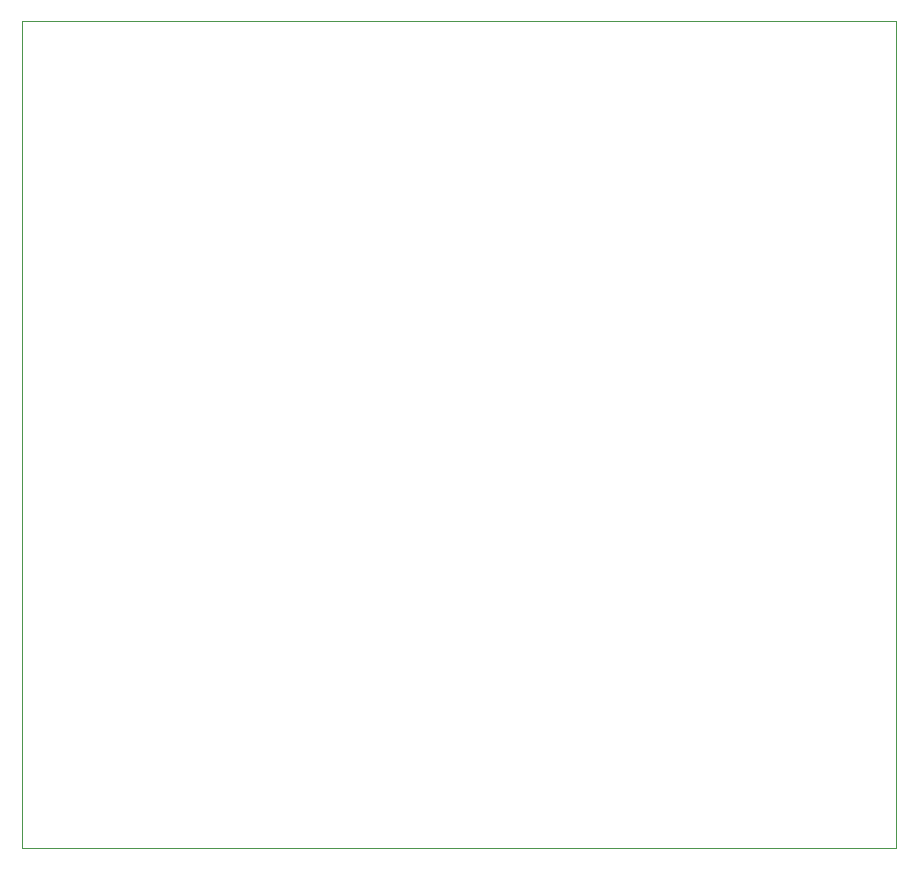
<source format=gbr>
%TF.GenerationSoftware,KiCad,Pcbnew,7.0.2*%
%TF.CreationDate,2023-06-06T15:03:05-03:00*%
%TF.ProjectId,Pico-Carrier,5069636f-2d43-4617-9272-6965722e6b69,rev?*%
%TF.SameCoordinates,Original*%
%TF.FileFunction,Profile,NP*%
%FSLAX46Y46*%
G04 Gerber Fmt 4.6, Leading zero omitted, Abs format (unit mm)*
G04 Created by KiCad (PCBNEW 7.0.2) date 2023-06-06 15:03:05*
%MOMM*%
%LPD*%
G01*
G04 APERTURE LIST*
%TA.AperFunction,Profile*%
%ADD10C,0.100000*%
%TD*%
G04 APERTURE END LIST*
D10*
X107900000Y-42600000D02*
X181900000Y-42600000D01*
X181900000Y-112600000D01*
X107900000Y-112600000D01*
X107900000Y-42600000D01*
M02*

</source>
